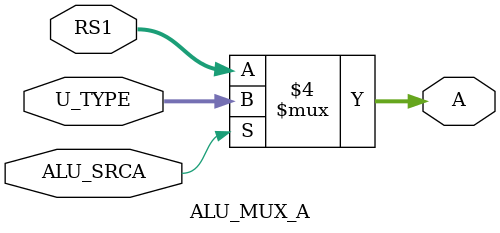
<source format=sv>
`timescale 1ns / 1ps

module ALU_MUX_A(
    input ALU_SRCA, //select
    input[31:0] RS1,
    input[31:0] U_TYPE,
    output logic[31:0] A
    );
    
    always_comb
    begin
        if(ALU_SRCA == 0) A = RS1;
        else A = U_TYPE;
    end
        
    
endmodule

</source>
